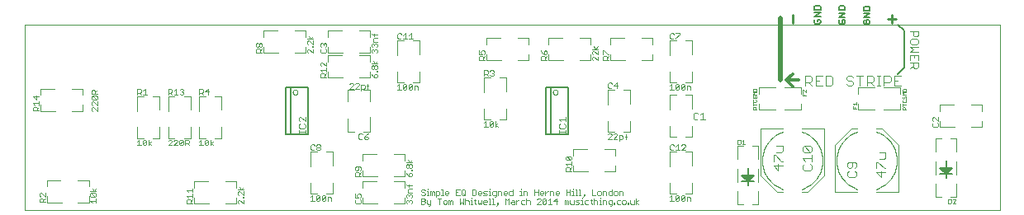
<source format=gto>
G75*
%MOIN*%
%OFA0B0*%
%FSLAX24Y24*%
%IPPOS*%
%LPD*%
%AMOC8*
5,1,8,0,0,1.08239X$1,22.5*
%
%ADD10C,0.0000*%
%ADD11C,0.0020*%
%ADD12C,0.0030*%
%ADD13C,0.0200*%
%ADD14C,0.0060*%
%ADD15C,0.0050*%
%ADD16C,0.0090*%
%ADD17C,0.0040*%
%ADD18C,0.0120*%
%ADD19C,0.0010*%
D10*
X001160Y002930D02*
X001160Y010430D01*
X040530Y010430D01*
X040530Y002930D01*
X001160Y002930D01*
D11*
X001765Y003242D02*
X001765Y003357D01*
X001803Y003395D01*
X001880Y003395D01*
X001918Y003357D01*
X001918Y003242D01*
X001918Y003318D02*
X001995Y003395D01*
X001995Y003472D02*
X001841Y003625D01*
X001803Y003625D01*
X001765Y003587D01*
X001765Y003510D01*
X001803Y003472D01*
X001995Y003472D02*
X001995Y003625D01*
X001995Y003242D02*
X001765Y003242D01*
X003819Y003305D02*
X004049Y003305D01*
X004049Y003229D02*
X004049Y003382D01*
X004010Y003459D02*
X003857Y003612D01*
X004010Y003612D01*
X004049Y003574D01*
X004049Y003497D01*
X004010Y003459D01*
X003857Y003459D01*
X003819Y003497D01*
X003819Y003574D01*
X003857Y003612D01*
X003819Y003689D02*
X004049Y003689D01*
X003972Y003689D02*
X003895Y003804D01*
X003972Y003689D02*
X004049Y003804D01*
X003819Y003305D02*
X003895Y003229D01*
X007715Y003192D02*
X007715Y003307D01*
X007753Y003345D01*
X007830Y003345D01*
X007868Y003307D01*
X007868Y003192D01*
X007868Y003268D02*
X007945Y003345D01*
X007945Y003422D02*
X007945Y003575D01*
X007945Y003498D02*
X007715Y003498D01*
X007791Y003422D01*
X007791Y003652D02*
X007715Y003729D01*
X007945Y003729D01*
X007945Y003805D02*
X007945Y003652D01*
X007945Y003192D02*
X007715Y003192D01*
X009769Y003217D02*
X009807Y003179D01*
X009769Y003217D02*
X009769Y003294D01*
X009807Y003332D01*
X009845Y003332D01*
X009999Y003179D01*
X009999Y003332D01*
X009999Y003409D02*
X009960Y003409D01*
X009960Y003447D01*
X009999Y003447D01*
X009999Y003409D01*
X009999Y003524D02*
X009845Y003677D01*
X009807Y003677D01*
X009769Y003639D01*
X009769Y003562D01*
X009807Y003524D01*
X009999Y003524D02*
X009999Y003677D01*
X009999Y003754D02*
X009769Y003754D01*
X009845Y003869D02*
X009922Y003754D01*
X009999Y003869D01*
X012709Y003445D02*
X012785Y003521D01*
X012785Y003291D01*
X012709Y003291D02*
X012862Y003291D01*
X012939Y003330D02*
X013092Y003483D01*
X013092Y003330D01*
X013054Y003291D01*
X012977Y003291D01*
X012939Y003330D01*
X012939Y003483D01*
X012977Y003521D01*
X013054Y003521D01*
X013092Y003483D01*
X013169Y003483D02*
X013207Y003521D01*
X013284Y003521D01*
X013323Y003483D01*
X013169Y003330D01*
X013207Y003291D01*
X013284Y003291D01*
X013323Y003330D01*
X013323Y003483D01*
X013399Y003445D02*
X013514Y003445D01*
X013553Y003406D01*
X013553Y003291D01*
X013399Y003291D02*
X013399Y003445D01*
X013169Y003483D02*
X013169Y003330D01*
X014515Y003307D02*
X014515Y003230D01*
X014553Y003192D01*
X014706Y003192D01*
X014745Y003230D01*
X014745Y003307D01*
X014706Y003345D01*
X014706Y003422D02*
X014745Y003460D01*
X014745Y003537D01*
X014706Y003575D01*
X014630Y003575D01*
X014591Y003537D01*
X014591Y003498D01*
X014630Y003422D01*
X014515Y003422D01*
X014515Y003575D01*
X014553Y003345D02*
X014515Y003307D01*
X016569Y003294D02*
X016607Y003332D01*
X016645Y003332D01*
X016684Y003294D01*
X016722Y003332D01*
X016760Y003332D01*
X016799Y003294D01*
X016799Y003217D01*
X016760Y003179D01*
X016684Y003255D02*
X016684Y003294D01*
X016569Y003294D02*
X016569Y003217D01*
X016607Y003179D01*
X017180Y003170D02*
X017290Y003170D01*
X017327Y003207D01*
X017327Y003243D01*
X017290Y003280D01*
X017180Y003280D01*
X017180Y003170D02*
X017180Y003390D01*
X017290Y003390D01*
X017327Y003353D01*
X017327Y003317D01*
X017290Y003280D01*
X017401Y003317D02*
X017401Y003207D01*
X017438Y003170D01*
X017548Y003170D01*
X017548Y003133D02*
X017511Y003097D01*
X017474Y003097D01*
X017548Y003133D02*
X017548Y003317D01*
X017769Y003457D02*
X017769Y003677D01*
X017879Y003677D01*
X017916Y003640D01*
X017916Y003567D01*
X017879Y003530D01*
X017769Y003530D01*
X017695Y003530D02*
X017695Y003640D01*
X017658Y003677D01*
X017622Y003640D01*
X017622Y003530D01*
X017548Y003530D02*
X017548Y003677D01*
X017585Y003677D01*
X017622Y003640D01*
X017474Y003530D02*
X017401Y003530D01*
X017438Y003530D02*
X017438Y003677D01*
X017401Y003677D01*
X017438Y003750D02*
X017438Y003787D01*
X017327Y003713D02*
X017290Y003750D01*
X017217Y003750D01*
X017180Y003713D01*
X017180Y003677D01*
X017217Y003640D01*
X017290Y003640D01*
X017327Y003603D01*
X017327Y003567D01*
X017290Y003530D01*
X017217Y003530D01*
X017180Y003567D01*
X016799Y003524D02*
X016799Y003447D01*
X016760Y003409D01*
X016684Y003486D02*
X016684Y003524D01*
X016722Y003562D01*
X016760Y003562D01*
X016799Y003524D01*
X016799Y003639D02*
X016645Y003639D01*
X016645Y003754D01*
X016684Y003793D01*
X016799Y003793D01*
X016799Y003908D02*
X016607Y003908D01*
X016569Y003946D01*
X016684Y003946D02*
X016684Y003869D01*
X016645Y003562D02*
X016684Y003524D01*
X016645Y003562D02*
X016607Y003562D01*
X016569Y003524D01*
X016569Y003447D01*
X016607Y003409D01*
X017843Y003390D02*
X017990Y003390D01*
X017916Y003390D02*
X017916Y003170D01*
X018064Y003207D02*
X018101Y003170D01*
X018174Y003170D01*
X018211Y003207D01*
X018211Y003280D01*
X018174Y003317D01*
X018101Y003317D01*
X018064Y003280D01*
X018064Y003207D01*
X018285Y003170D02*
X018285Y003317D01*
X018322Y003317D01*
X018358Y003280D01*
X018395Y003317D01*
X018432Y003280D01*
X018432Y003170D01*
X018358Y003170D02*
X018358Y003280D01*
X018727Y003170D02*
X018800Y003243D01*
X018874Y003170D01*
X018874Y003390D01*
X018948Y003390D02*
X018948Y003170D01*
X018948Y003280D02*
X018985Y003317D01*
X019058Y003317D01*
X019095Y003280D01*
X019095Y003170D01*
X019169Y003170D02*
X019242Y003170D01*
X019206Y003170D02*
X019206Y003317D01*
X019169Y003317D01*
X019206Y003390D02*
X019206Y003427D01*
X019243Y003530D02*
X019353Y003530D01*
X019389Y003567D01*
X019389Y003713D01*
X019353Y003750D01*
X019243Y003750D01*
X019243Y003530D01*
X019353Y003353D02*
X019353Y003207D01*
X019390Y003170D01*
X019464Y003207D02*
X019500Y003170D01*
X019537Y003207D01*
X019574Y003170D01*
X019610Y003207D01*
X019610Y003317D01*
X019685Y003280D02*
X019721Y003317D01*
X019795Y003317D01*
X019831Y003280D01*
X019831Y003243D01*
X019685Y003243D01*
X019685Y003207D02*
X019685Y003280D01*
X019685Y003207D02*
X019721Y003170D01*
X019795Y003170D01*
X019906Y003170D02*
X019979Y003170D01*
X019942Y003170D02*
X019942Y003390D01*
X019906Y003390D01*
X019906Y003530D02*
X019979Y003530D01*
X019942Y003530D02*
X019942Y003677D01*
X019906Y003677D01*
X019831Y003677D02*
X019721Y003677D01*
X019685Y003640D01*
X019721Y003603D01*
X019795Y003603D01*
X019831Y003567D01*
X019795Y003530D01*
X019685Y003530D01*
X019610Y003603D02*
X019464Y003603D01*
X019464Y003567D02*
X019464Y003640D01*
X019500Y003677D01*
X019574Y003677D01*
X019610Y003640D01*
X019610Y003603D01*
X019574Y003530D02*
X019500Y003530D01*
X019464Y003567D01*
X018947Y003567D02*
X018911Y003530D01*
X018837Y003530D01*
X018801Y003567D01*
X018801Y003713D01*
X018837Y003750D01*
X018911Y003750D01*
X018947Y003713D01*
X018947Y003567D01*
X018947Y003530D02*
X018874Y003603D01*
X018726Y003530D02*
X018580Y003530D01*
X018580Y003750D01*
X018726Y003750D01*
X018653Y003640D02*
X018580Y003640D01*
X018284Y003640D02*
X018284Y003603D01*
X018138Y003603D01*
X018138Y003567D02*
X018138Y003640D01*
X018174Y003677D01*
X018248Y003677D01*
X018284Y003640D01*
X018248Y003530D02*
X018174Y003530D01*
X018138Y003567D01*
X018064Y003530D02*
X017990Y003530D01*
X018027Y003530D02*
X018027Y003750D01*
X017990Y003750D01*
X018727Y003390D02*
X018727Y003170D01*
X019316Y003317D02*
X019390Y003317D01*
X019464Y003317D02*
X019464Y003207D01*
X020053Y003170D02*
X020126Y003170D01*
X020090Y003170D02*
X020090Y003390D01*
X020053Y003390D01*
X020126Y003457D02*
X020163Y003457D01*
X020200Y003493D01*
X020200Y003677D01*
X020090Y003677D01*
X020053Y003640D01*
X020053Y003567D01*
X020090Y003530D01*
X020200Y003530D01*
X020274Y003530D02*
X020274Y003677D01*
X020384Y003677D01*
X020421Y003640D01*
X020421Y003530D01*
X020495Y003567D02*
X020495Y003640D01*
X020532Y003677D01*
X020605Y003677D01*
X020642Y003640D01*
X020642Y003603D01*
X020495Y003603D01*
X020495Y003567D02*
X020532Y003530D01*
X020605Y003530D01*
X020716Y003567D02*
X020716Y003640D01*
X020753Y003677D01*
X020863Y003677D01*
X020863Y003750D02*
X020863Y003530D01*
X020753Y003530D01*
X020716Y003567D01*
X020715Y003390D02*
X020715Y003170D01*
X020789Y003207D02*
X020826Y003243D01*
X020936Y003243D01*
X020936Y003280D02*
X020936Y003170D01*
X020826Y003170D01*
X020789Y003207D01*
X020826Y003317D02*
X020900Y003317D01*
X020936Y003280D01*
X021010Y003243D02*
X021084Y003317D01*
X021121Y003317D01*
X021195Y003280D02*
X021195Y003207D01*
X021231Y003170D01*
X021341Y003170D01*
X021416Y003170D02*
X021416Y003390D01*
X021452Y003317D02*
X021526Y003317D01*
X021562Y003280D01*
X021562Y003170D01*
X021416Y003280D02*
X021452Y003317D01*
X021341Y003317D02*
X021231Y003317D01*
X021195Y003280D01*
X021010Y003317D02*
X021010Y003170D01*
X020715Y003390D02*
X020642Y003317D01*
X020568Y003390D01*
X020568Y003170D01*
X020274Y003170D02*
X020237Y003170D01*
X020237Y003207D01*
X020274Y003207D01*
X020274Y003170D01*
X020200Y003097D01*
X021158Y003530D02*
X021231Y003530D01*
X021194Y003530D02*
X021194Y003677D01*
X021158Y003677D01*
X021194Y003750D02*
X021194Y003787D01*
X021305Y003677D02*
X021415Y003677D01*
X021452Y003640D01*
X021452Y003530D01*
X021305Y003530D02*
X021305Y003677D01*
X021747Y003640D02*
X021894Y003640D01*
X021968Y003640D02*
X022005Y003677D01*
X022078Y003677D01*
X022115Y003640D01*
X022115Y003603D01*
X021968Y003603D01*
X021968Y003567D02*
X021968Y003640D01*
X021968Y003567D02*
X022005Y003530D01*
X022078Y003530D01*
X022189Y003530D02*
X022189Y003677D01*
X022262Y003677D02*
X022299Y003677D01*
X022262Y003677D02*
X022189Y003603D01*
X022373Y003530D02*
X022373Y003677D01*
X022483Y003677D01*
X022520Y003640D01*
X022520Y003530D01*
X022594Y003567D02*
X022594Y003640D01*
X022631Y003677D01*
X022704Y003677D01*
X022741Y003640D01*
X022741Y003603D01*
X022594Y003603D01*
X022594Y003567D02*
X022631Y003530D01*
X022704Y003530D01*
X022631Y003390D02*
X022521Y003280D01*
X022667Y003280D01*
X022631Y003170D02*
X022631Y003390D01*
X022373Y003390D02*
X022300Y003317D01*
X022225Y003353D02*
X022079Y003207D01*
X022115Y003170D01*
X022189Y003170D01*
X022225Y003207D01*
X022225Y003353D01*
X022189Y003390D01*
X022115Y003390D01*
X022079Y003353D01*
X022079Y003207D01*
X022004Y003170D02*
X021858Y003170D01*
X022004Y003317D01*
X022004Y003353D01*
X021968Y003390D01*
X021894Y003390D01*
X021858Y003353D01*
X021894Y003530D02*
X021894Y003750D01*
X021747Y003750D02*
X021747Y003530D01*
X022373Y003390D02*
X022373Y003170D01*
X022300Y003170D02*
X022446Y003170D01*
X022963Y003170D02*
X022963Y003317D01*
X022999Y003317D01*
X023036Y003280D01*
X023073Y003317D01*
X023109Y003280D01*
X023109Y003170D01*
X023036Y003170D02*
X023036Y003280D01*
X023184Y003317D02*
X023184Y003207D01*
X023220Y003170D01*
X023330Y003170D01*
X023330Y003317D01*
X023404Y003280D02*
X023441Y003317D01*
X023551Y003317D01*
X023625Y003317D02*
X023662Y003317D01*
X023662Y003170D01*
X023625Y003170D02*
X023699Y003170D01*
X023773Y003207D02*
X023810Y003170D01*
X023920Y003170D01*
X024030Y003207D02*
X024067Y003170D01*
X024030Y003207D02*
X024030Y003353D01*
X023994Y003317D02*
X024067Y003317D01*
X024141Y003280D02*
X024178Y003317D01*
X024251Y003317D01*
X024288Y003280D01*
X024288Y003170D01*
X024362Y003170D02*
X024436Y003170D01*
X024399Y003170D02*
X024399Y003317D01*
X024362Y003317D01*
X024399Y003390D02*
X024399Y003427D01*
X024399Y003530D02*
X024435Y003567D01*
X024435Y003640D01*
X024399Y003677D01*
X024325Y003677D01*
X024288Y003640D01*
X024288Y003567D01*
X024325Y003530D01*
X024399Y003530D01*
X024509Y003530D02*
X024509Y003677D01*
X024620Y003677D01*
X024656Y003640D01*
X024656Y003530D01*
X024730Y003567D02*
X024730Y003640D01*
X024767Y003677D01*
X024877Y003677D01*
X024877Y003750D02*
X024877Y003530D01*
X024767Y003530D01*
X024730Y003567D01*
X024951Y003567D02*
X024988Y003530D01*
X025062Y003530D01*
X025098Y003567D01*
X025098Y003640D01*
X025062Y003677D01*
X024988Y003677D01*
X024951Y003640D01*
X024951Y003567D01*
X025172Y003530D02*
X025172Y003677D01*
X025282Y003677D01*
X025319Y003640D01*
X025319Y003530D01*
X025835Y003390D02*
X025835Y003170D01*
X025835Y003243D02*
X025945Y003170D01*
X025835Y003243D02*
X025945Y003317D01*
X025761Y003317D02*
X025761Y003170D01*
X025651Y003170D01*
X025614Y003207D01*
X025614Y003317D01*
X025541Y003207D02*
X025541Y003170D01*
X025504Y003170D01*
X025504Y003207D01*
X025541Y003207D01*
X025430Y003207D02*
X025430Y003280D01*
X025393Y003317D01*
X025320Y003317D01*
X025283Y003280D01*
X025283Y003207D01*
X025320Y003170D01*
X025393Y003170D01*
X025430Y003207D01*
X025209Y003170D02*
X025099Y003170D01*
X025062Y003207D01*
X025062Y003280D01*
X025099Y003317D01*
X025209Y003317D01*
X024988Y003207D02*
X024988Y003170D01*
X024951Y003170D01*
X024951Y003207D01*
X024988Y003207D01*
X024877Y003170D02*
X024767Y003170D01*
X024730Y003207D01*
X024730Y003280D01*
X024767Y003317D01*
X024877Y003317D01*
X024877Y003133D01*
X024841Y003097D01*
X024804Y003097D01*
X024656Y003170D02*
X024656Y003280D01*
X024620Y003317D01*
X024509Y003317D01*
X024509Y003170D01*
X024141Y003170D02*
X024141Y003390D01*
X024214Y003530D02*
X024067Y003530D01*
X024067Y003750D01*
X023589Y003750D02*
X023589Y003530D01*
X023625Y003530D02*
X023552Y003530D01*
X023478Y003530D02*
X023404Y003530D01*
X023441Y003530D02*
X023441Y003750D01*
X023404Y003750D01*
X023294Y003750D02*
X023294Y003787D01*
X023294Y003677D02*
X023294Y003530D01*
X023257Y003530D02*
X023331Y003530D01*
X023183Y003530D02*
X023183Y003750D01*
X023257Y003677D02*
X023294Y003677D01*
X023183Y003640D02*
X023036Y003640D01*
X023036Y003530D02*
X023036Y003750D01*
X023552Y003750D02*
X023589Y003750D01*
X023736Y003567D02*
X023736Y003530D01*
X023773Y003530D01*
X023773Y003567D01*
X023736Y003567D01*
X023773Y003530D02*
X023699Y003457D01*
X023662Y003427D02*
X023662Y003390D01*
X023773Y003280D02*
X023773Y003207D01*
X023773Y003280D02*
X023810Y003317D01*
X023920Y003317D01*
X023551Y003207D02*
X023515Y003243D01*
X023441Y003243D01*
X023404Y003280D01*
X023404Y003170D02*
X023515Y003170D01*
X023551Y003207D01*
X019942Y003750D02*
X019942Y003787D01*
X023015Y004492D02*
X023015Y004607D01*
X023053Y004645D01*
X023130Y004645D01*
X023168Y004607D01*
X023168Y004492D01*
X023168Y004568D02*
X023245Y004645D01*
X023245Y004722D02*
X023245Y004875D01*
X023245Y004798D02*
X023015Y004798D01*
X023091Y004722D01*
X023053Y004952D02*
X023015Y004990D01*
X023015Y005067D01*
X023053Y005105D01*
X023206Y004952D01*
X023245Y004990D01*
X023245Y005067D01*
X023206Y005105D01*
X023053Y005105D01*
X023053Y004952D02*
X023206Y004952D01*
X023245Y004492D02*
X023015Y004492D01*
X027222Y005384D02*
X027260Y005345D01*
X027337Y005345D01*
X027375Y005384D01*
X027452Y005345D02*
X027605Y005345D01*
X027528Y005345D02*
X027528Y005575D01*
X027452Y005499D01*
X027375Y005537D02*
X027337Y005575D01*
X027260Y005575D01*
X027222Y005537D01*
X027222Y005384D01*
X027682Y005345D02*
X027835Y005499D01*
X027835Y005537D01*
X027797Y005575D01*
X027720Y005575D01*
X027682Y005537D01*
X027682Y005345D02*
X027835Y005345D01*
X029942Y005591D02*
X030032Y005591D01*
X030062Y005621D01*
X030062Y005741D01*
X030032Y005771D01*
X029942Y005771D01*
X029942Y005591D01*
X030126Y005591D02*
X030246Y005591D01*
X030186Y005591D02*
X030186Y005771D01*
X030126Y005711D01*
X028633Y006590D02*
X028446Y006590D01*
X028540Y006590D02*
X028540Y006870D01*
X028446Y006777D01*
X028357Y006824D02*
X028310Y006870D01*
X028217Y006870D01*
X028170Y006824D01*
X028170Y006637D01*
X028217Y006590D01*
X028310Y006590D01*
X028357Y006637D01*
X025476Y006021D02*
X025438Y005983D01*
X025438Y005791D01*
X025399Y005906D02*
X025476Y005906D01*
X025323Y005906D02*
X025323Y005830D01*
X025284Y005791D01*
X025169Y005791D01*
X025169Y005715D02*
X025169Y005945D01*
X025284Y005945D01*
X025323Y005906D01*
X025092Y005945D02*
X024939Y005791D01*
X025092Y005791D01*
X024862Y005791D02*
X024709Y005791D01*
X024862Y005945D01*
X024862Y005983D01*
X024824Y006021D01*
X024747Y006021D01*
X024709Y005983D01*
X024939Y005983D02*
X024977Y006021D01*
X025054Y006021D01*
X025092Y005983D01*
X025092Y005945D01*
X020284Y006291D02*
X020169Y006368D01*
X020284Y006445D01*
X020169Y006521D02*
X020169Y006291D01*
X020092Y006330D02*
X020054Y006291D01*
X019977Y006291D01*
X019939Y006330D01*
X020092Y006483D01*
X020092Y006330D01*
X020092Y006483D02*
X020054Y006521D01*
X019977Y006521D01*
X019939Y006483D01*
X019939Y006330D01*
X019862Y006291D02*
X019709Y006291D01*
X019785Y006291D02*
X019785Y006521D01*
X019709Y006445D01*
X017053Y007791D02*
X017053Y007906D01*
X017014Y007945D01*
X016899Y007945D01*
X016899Y007791D01*
X016823Y007830D02*
X016784Y007791D01*
X016707Y007791D01*
X016669Y007830D01*
X016823Y007983D01*
X016823Y007830D01*
X016823Y007983D02*
X016784Y008021D01*
X016707Y008021D01*
X016669Y007983D01*
X016669Y007830D01*
X016592Y007830D02*
X016554Y007791D01*
X016477Y007791D01*
X016439Y007830D01*
X016592Y007983D01*
X016592Y007830D01*
X016592Y007983D02*
X016554Y008021D01*
X016477Y008021D01*
X016439Y007983D01*
X016439Y007830D01*
X016362Y007791D02*
X016209Y007791D01*
X016285Y007791D02*
X016285Y008021D01*
X016209Y007945D01*
X015399Y008317D02*
X015360Y008279D01*
X015284Y008279D01*
X015284Y008394D01*
X015322Y008432D01*
X015360Y008432D01*
X015399Y008394D01*
X015399Y008317D01*
X015284Y008279D02*
X015207Y008355D01*
X015169Y008432D01*
X015207Y008624D02*
X015245Y008624D01*
X015284Y008662D01*
X015284Y008739D01*
X015322Y008777D01*
X015360Y008777D01*
X015399Y008739D01*
X015399Y008662D01*
X015360Y008624D01*
X015322Y008624D01*
X015284Y008662D01*
X015284Y008739D02*
X015245Y008777D01*
X015207Y008777D01*
X015169Y008739D01*
X015169Y008662D01*
X015207Y008624D01*
X015360Y008547D02*
X015399Y008547D01*
X015399Y008509D01*
X015360Y008509D01*
X015360Y008547D01*
X015322Y008854D02*
X015245Y008969D01*
X015169Y008854D02*
X015399Y008854D01*
X015322Y008854D02*
X015399Y008969D01*
X015360Y009279D02*
X015399Y009317D01*
X015399Y009394D01*
X015360Y009432D01*
X015322Y009432D01*
X015284Y009394D01*
X015284Y009355D01*
X015284Y009394D02*
X015245Y009432D01*
X015207Y009432D01*
X015169Y009394D01*
X015169Y009317D01*
X015207Y009279D01*
X015207Y009509D02*
X015169Y009547D01*
X015169Y009624D01*
X015207Y009662D01*
X015245Y009662D01*
X015284Y009624D01*
X015322Y009662D01*
X015360Y009662D01*
X015399Y009624D01*
X015399Y009547D01*
X015360Y009509D01*
X015284Y009586D02*
X015284Y009624D01*
X015245Y009739D02*
X015245Y009854D01*
X015284Y009893D01*
X015399Y009893D01*
X015399Y010008D02*
X015207Y010008D01*
X015169Y010046D01*
X015284Y010046D02*
X015284Y009969D01*
X015245Y009739D02*
X015399Y009739D01*
X016222Y009884D02*
X016260Y009845D01*
X016337Y009845D01*
X016375Y009884D01*
X016452Y009845D02*
X016605Y009845D01*
X016528Y009845D02*
X016528Y010075D01*
X016452Y009999D01*
X016375Y010037D02*
X016337Y010075D01*
X016260Y010075D01*
X016222Y010037D01*
X016222Y009884D01*
X016682Y009845D02*
X016835Y009845D01*
X016759Y009845D02*
X016759Y010075D01*
X016682Y009999D01*
X019515Y009375D02*
X019515Y009222D01*
X019630Y009222D01*
X019591Y009298D01*
X019591Y009337D01*
X019630Y009375D01*
X019706Y009375D01*
X019745Y009337D01*
X019745Y009260D01*
X019706Y009222D01*
X019745Y009145D02*
X019668Y009068D01*
X019668Y009107D02*
X019668Y008992D01*
X019745Y008992D02*
X019515Y008992D01*
X019515Y009107D01*
X019553Y009145D01*
X019630Y009145D01*
X019668Y009107D01*
X019722Y008575D02*
X019837Y008575D01*
X019875Y008537D01*
X019875Y008460D01*
X019837Y008422D01*
X019722Y008422D01*
X019798Y008422D02*
X019875Y008345D01*
X019952Y008384D02*
X019990Y008345D01*
X020067Y008345D01*
X020105Y008384D01*
X020105Y008422D01*
X020067Y008460D01*
X020028Y008460D01*
X020067Y008460D02*
X020105Y008499D01*
X020105Y008537D01*
X020067Y008575D01*
X019990Y008575D01*
X019952Y008537D01*
X019722Y008575D02*
X019722Y008345D01*
X022015Y008992D02*
X022015Y009107D01*
X022053Y009145D01*
X022130Y009145D01*
X022168Y009107D01*
X022168Y008992D01*
X022168Y009068D02*
X022245Y009145D01*
X022206Y009222D02*
X022245Y009260D01*
X022245Y009337D01*
X022206Y009375D01*
X022168Y009375D01*
X022130Y009337D01*
X022130Y009222D01*
X022206Y009222D01*
X022130Y009222D02*
X022053Y009298D01*
X022015Y009375D01*
X022015Y008992D02*
X022245Y008992D01*
X024069Y009017D02*
X024107Y008979D01*
X024069Y009017D02*
X024069Y009094D01*
X024107Y009132D01*
X024145Y009132D01*
X024299Y008979D01*
X024299Y009132D01*
X024299Y009209D02*
X024145Y009362D01*
X024107Y009362D01*
X024069Y009324D01*
X024069Y009247D01*
X024107Y009209D01*
X024299Y009209D02*
X024299Y009362D01*
X024299Y009439D02*
X024069Y009439D01*
X024145Y009554D02*
X024222Y009439D01*
X024299Y009554D01*
X024515Y009375D02*
X024553Y009375D01*
X024706Y009222D01*
X024745Y009222D01*
X024745Y009145D02*
X024668Y009068D01*
X024668Y009107D02*
X024668Y008992D01*
X024745Y008992D02*
X024515Y008992D01*
X024515Y009107D01*
X024553Y009145D01*
X024630Y009145D01*
X024668Y009107D01*
X024515Y009222D02*
X024515Y009375D01*
X027222Y009884D02*
X027222Y010037D01*
X027260Y010075D01*
X027337Y010075D01*
X027375Y010037D01*
X027452Y010075D02*
X027605Y010075D01*
X027605Y010037D01*
X027452Y009884D01*
X027452Y009845D01*
X027375Y009884D02*
X027337Y009845D01*
X027260Y009845D01*
X027222Y009884D01*
X025067Y008075D02*
X024952Y007960D01*
X025105Y007960D01*
X025067Y007845D02*
X025067Y008075D01*
X024875Y008037D02*
X024837Y008075D01*
X024760Y008075D01*
X024722Y008037D01*
X024722Y007884D01*
X024760Y007845D01*
X024837Y007845D01*
X024875Y007884D01*
X027209Y007945D02*
X027285Y008021D01*
X027285Y007791D01*
X027209Y007791D02*
X027362Y007791D01*
X027439Y007830D02*
X027592Y007983D01*
X027592Y007830D01*
X027554Y007791D01*
X027477Y007791D01*
X027439Y007830D01*
X027439Y007983D01*
X027477Y008021D01*
X027554Y008021D01*
X027592Y007983D01*
X027669Y007983D02*
X027707Y008021D01*
X027784Y008021D01*
X027823Y007983D01*
X027669Y007830D01*
X027707Y007791D01*
X027784Y007791D01*
X027823Y007830D01*
X027823Y007983D01*
X027899Y007945D02*
X028014Y007945D01*
X028053Y007906D01*
X028053Y007791D01*
X027899Y007791D02*
X027899Y007945D01*
X027669Y007983D02*
X027669Y007830D01*
X037815Y006637D02*
X037815Y006560D01*
X037853Y006522D01*
X037853Y006445D02*
X037815Y006407D01*
X037815Y006330D01*
X037853Y006292D01*
X038006Y006292D01*
X038045Y006330D01*
X038045Y006407D01*
X038006Y006445D01*
X038045Y006522D02*
X037891Y006675D01*
X037853Y006675D01*
X037815Y006637D01*
X038045Y006675D02*
X038045Y006522D01*
X027823Y003483D02*
X027669Y003330D01*
X027707Y003291D01*
X027784Y003291D01*
X027823Y003330D01*
X027823Y003483D01*
X027784Y003521D01*
X027707Y003521D01*
X027669Y003483D01*
X027669Y003330D01*
X027592Y003330D02*
X027554Y003291D01*
X027477Y003291D01*
X027439Y003330D01*
X027592Y003483D01*
X027592Y003330D01*
X027439Y003330D02*
X027439Y003483D01*
X027477Y003521D01*
X027554Y003521D01*
X027592Y003483D01*
X027285Y003521D02*
X027209Y003445D01*
X027285Y003521D02*
X027285Y003291D01*
X027209Y003291D02*
X027362Y003291D01*
X027899Y003291D02*
X027899Y003445D01*
X028014Y003445D01*
X028053Y003406D01*
X028053Y003291D01*
X038442Y003371D02*
X038442Y003191D01*
X038532Y003191D01*
X038562Y003221D01*
X038562Y003341D01*
X038532Y003371D01*
X038442Y003371D01*
X038626Y003341D02*
X038656Y003371D01*
X038716Y003371D01*
X038746Y003341D01*
X038746Y003311D01*
X038626Y003191D01*
X038746Y003191D01*
X016799Y004317D02*
X016799Y004394D01*
X016760Y004432D01*
X016722Y004432D01*
X016684Y004394D01*
X016684Y004279D01*
X016760Y004279D01*
X016799Y004317D01*
X016684Y004279D02*
X016607Y004355D01*
X016569Y004432D01*
X016760Y004509D02*
X016760Y004547D01*
X016799Y004547D01*
X016799Y004509D01*
X016760Y004509D01*
X016760Y004624D02*
X016722Y004624D01*
X016684Y004662D01*
X016684Y004739D01*
X016722Y004777D01*
X016760Y004777D01*
X016799Y004739D01*
X016799Y004662D01*
X016760Y004624D01*
X016684Y004662D02*
X016645Y004624D01*
X016607Y004624D01*
X016569Y004662D01*
X016569Y004739D01*
X016607Y004777D01*
X016645Y004777D01*
X016684Y004739D01*
X016722Y004854D02*
X016645Y004969D01*
X016569Y004854D02*
X016799Y004854D01*
X016722Y004854D02*
X016799Y004969D01*
X014745Y004637D02*
X014745Y004560D01*
X014706Y004522D01*
X014630Y004560D02*
X014630Y004675D01*
X014706Y004675D02*
X014553Y004675D01*
X014515Y004637D01*
X014515Y004560D01*
X014553Y004522D01*
X014591Y004522D01*
X014630Y004560D01*
X014630Y004445D02*
X014668Y004407D01*
X014668Y004292D01*
X014668Y004368D02*
X014745Y004445D01*
X014630Y004445D02*
X014553Y004445D01*
X014515Y004407D01*
X014515Y004292D01*
X014745Y004292D01*
X014745Y004637D02*
X014706Y004675D01*
X013105Y005384D02*
X013067Y005345D01*
X012990Y005345D01*
X012952Y005384D01*
X012952Y005422D01*
X012990Y005460D01*
X013067Y005460D01*
X013105Y005422D01*
X013105Y005384D01*
X013067Y005460D02*
X013105Y005499D01*
X013105Y005537D01*
X013067Y005575D01*
X012990Y005575D01*
X012952Y005537D01*
X012952Y005499D01*
X012990Y005460D01*
X012875Y005384D02*
X012837Y005345D01*
X012760Y005345D01*
X012722Y005384D01*
X012722Y005537D01*
X012760Y005575D01*
X012837Y005575D01*
X012875Y005537D01*
X014658Y005823D02*
X014658Y005977D01*
X014696Y006015D01*
X014773Y006015D01*
X014812Y005977D01*
X014888Y005900D02*
X014965Y005977D01*
X015042Y006015D01*
X015003Y005900D02*
X014888Y005900D01*
X014888Y005823D01*
X014927Y005785D01*
X015003Y005785D01*
X015042Y005823D01*
X015042Y005862D01*
X015003Y005900D01*
X014812Y005823D02*
X014773Y005785D01*
X014696Y005785D01*
X014658Y005823D01*
X008784Y005695D02*
X008669Y005618D01*
X008784Y005541D01*
X008669Y005541D02*
X008669Y005771D01*
X008592Y005733D02*
X008439Y005580D01*
X008477Y005541D01*
X008554Y005541D01*
X008592Y005580D01*
X008592Y005733D01*
X008554Y005771D01*
X008477Y005771D01*
X008439Y005733D01*
X008439Y005580D01*
X008362Y005541D02*
X008209Y005541D01*
X008285Y005541D02*
X008285Y005771D01*
X008209Y005695D01*
X007803Y005733D02*
X007803Y005656D01*
X007764Y005618D01*
X007649Y005618D01*
X007649Y005541D02*
X007649Y005771D01*
X007764Y005771D01*
X007803Y005733D01*
X007726Y005618D02*
X007803Y005541D01*
X007573Y005580D02*
X007534Y005541D01*
X007457Y005541D01*
X007419Y005580D01*
X007573Y005733D01*
X007573Y005580D01*
X007573Y005733D02*
X007534Y005771D01*
X007457Y005771D01*
X007419Y005733D01*
X007419Y005580D01*
X007342Y005541D02*
X007189Y005541D01*
X007342Y005695D01*
X007342Y005733D01*
X007304Y005771D01*
X007227Y005771D01*
X007189Y005733D01*
X007112Y005733D02*
X007074Y005771D01*
X006997Y005771D01*
X006959Y005733D01*
X007112Y005733D02*
X007112Y005695D01*
X006959Y005541D01*
X007112Y005541D01*
X006284Y005541D02*
X006169Y005618D01*
X006284Y005695D01*
X006169Y005771D02*
X006169Y005541D01*
X006092Y005580D02*
X006054Y005541D01*
X005977Y005541D01*
X005939Y005580D01*
X006092Y005733D01*
X006092Y005580D01*
X006092Y005733D02*
X006054Y005771D01*
X005977Y005771D01*
X005939Y005733D01*
X005939Y005580D01*
X005862Y005541D02*
X005709Y005541D01*
X005785Y005541D02*
X005785Y005771D01*
X005709Y005695D01*
X004099Y006929D02*
X003945Y007082D01*
X003907Y007082D01*
X003869Y007044D01*
X003869Y006967D01*
X003907Y006929D01*
X004099Y006929D02*
X004099Y007082D01*
X004099Y007159D02*
X003945Y007312D01*
X003907Y007312D01*
X003869Y007274D01*
X003869Y007197D01*
X003907Y007159D01*
X004099Y007159D02*
X004099Y007312D01*
X004060Y007389D02*
X003907Y007543D01*
X004060Y007543D01*
X004099Y007504D01*
X004099Y007427D01*
X004060Y007389D01*
X003907Y007389D01*
X003869Y007427D01*
X003869Y007504D01*
X003907Y007543D01*
X003869Y007619D02*
X004099Y007619D01*
X004022Y007619D02*
X004022Y007734D01*
X003984Y007773D01*
X003907Y007773D01*
X003869Y007734D01*
X003869Y007619D01*
X004022Y007696D02*
X004099Y007773D01*
X005722Y007825D02*
X005722Y007595D01*
X005722Y007672D02*
X005837Y007672D01*
X005875Y007710D01*
X005875Y007787D01*
X005837Y007825D01*
X005722Y007825D01*
X005798Y007672D02*
X005875Y007595D01*
X005952Y007595D02*
X006105Y007595D01*
X006028Y007595D02*
X006028Y007825D01*
X005952Y007749D01*
X006972Y007825D02*
X006972Y007595D01*
X006972Y007672D02*
X007087Y007672D01*
X007125Y007710D01*
X007125Y007787D01*
X007087Y007825D01*
X006972Y007825D01*
X007048Y007672D02*
X007125Y007595D01*
X007202Y007595D02*
X007355Y007595D01*
X007278Y007595D02*
X007278Y007825D01*
X007202Y007749D01*
X007432Y007787D02*
X007470Y007825D01*
X007547Y007825D01*
X007585Y007787D01*
X007585Y007749D01*
X007547Y007710D01*
X007585Y007672D01*
X007585Y007634D01*
X007547Y007595D01*
X007470Y007595D01*
X007432Y007634D01*
X007509Y007710D02*
X007547Y007710D01*
X008222Y007672D02*
X008337Y007672D01*
X008375Y007710D01*
X008375Y007787D01*
X008337Y007825D01*
X008222Y007825D01*
X008222Y007595D01*
X008298Y007672D02*
X008375Y007595D01*
X008452Y007710D02*
X008605Y007710D01*
X008567Y007595D02*
X008567Y007825D01*
X008452Y007710D01*
X013115Y008292D02*
X013115Y008407D01*
X013153Y008445D01*
X013230Y008445D01*
X013268Y008407D01*
X013268Y008292D01*
X013268Y008368D02*
X013345Y008445D01*
X013345Y008522D02*
X013345Y008675D01*
X013345Y008598D02*
X013115Y008598D01*
X013191Y008522D01*
X013115Y008292D02*
X013345Y008292D01*
X013345Y008752D02*
X013191Y008905D01*
X013153Y008905D01*
X013115Y008867D01*
X013115Y008790D01*
X013153Y008752D01*
X013345Y008752D02*
X013345Y008905D01*
X013306Y009292D02*
X013345Y009330D01*
X013345Y009407D01*
X013306Y009445D01*
X013306Y009522D02*
X013345Y009560D01*
X013345Y009637D01*
X013306Y009675D01*
X013268Y009675D01*
X013230Y009637D01*
X013230Y009598D01*
X013230Y009637D02*
X013191Y009675D01*
X013153Y009675D01*
X013115Y009637D01*
X013115Y009560D01*
X013153Y009522D01*
X013153Y009445D02*
X013115Y009407D01*
X013115Y009330D01*
X013153Y009292D01*
X013306Y009292D01*
X012799Y009279D02*
X012645Y009432D01*
X012607Y009432D01*
X012569Y009394D01*
X012569Y009317D01*
X012607Y009279D01*
X012799Y009279D02*
X012799Y009432D01*
X012799Y009509D02*
X012799Y009547D01*
X012760Y009547D01*
X012760Y009509D01*
X012799Y009509D01*
X012799Y009624D02*
X012645Y009777D01*
X012607Y009777D01*
X012569Y009739D01*
X012569Y009662D01*
X012607Y009624D01*
X012799Y009624D02*
X012799Y009777D01*
X012799Y009854D02*
X012569Y009854D01*
X012645Y009969D02*
X012722Y009854D01*
X012799Y009969D01*
X010745Y009637D02*
X010745Y009560D01*
X010706Y009522D01*
X010668Y009522D01*
X010630Y009560D01*
X010630Y009637D01*
X010668Y009675D01*
X010706Y009675D01*
X010745Y009637D01*
X010630Y009637D02*
X010591Y009675D01*
X010553Y009675D01*
X010515Y009637D01*
X010515Y009560D01*
X010553Y009522D01*
X010591Y009522D01*
X010630Y009560D01*
X010630Y009445D02*
X010668Y009407D01*
X010668Y009292D01*
X010668Y009368D02*
X010745Y009445D01*
X010630Y009445D02*
X010553Y009445D01*
X010515Y009407D01*
X010515Y009292D01*
X010745Y009292D01*
X014287Y008031D02*
X014326Y008069D01*
X014402Y008069D01*
X014441Y008031D01*
X014441Y007992D01*
X014287Y007839D01*
X014441Y007839D01*
X014517Y007839D02*
X014671Y007992D01*
X014671Y008031D01*
X014633Y008069D01*
X014556Y008069D01*
X014517Y008031D01*
X014517Y007839D02*
X014671Y007839D01*
X014748Y007839D02*
X014863Y007839D01*
X014901Y007877D01*
X014901Y007954D01*
X014863Y007992D01*
X014748Y007992D01*
X014748Y007762D01*
X015016Y007839D02*
X015016Y008031D01*
X015055Y008069D01*
X015055Y007954D02*
X014978Y007954D01*
X001745Y007517D02*
X001515Y007517D01*
X001630Y007402D01*
X001630Y007555D01*
X001745Y007325D02*
X001745Y007172D01*
X001745Y007248D02*
X001515Y007248D01*
X001591Y007172D01*
X001553Y007095D02*
X001630Y007095D01*
X001668Y007057D01*
X001668Y006942D01*
X001668Y007018D02*
X001745Y007095D01*
X001745Y006942D02*
X001515Y006942D01*
X001515Y007057D01*
X001553Y007095D01*
D12*
X001810Y007183D02*
X001810Y006930D01*
X002410Y006930D01*
X003060Y006930D02*
X003510Y006930D01*
X003510Y007183D01*
X003510Y007577D02*
X003510Y007830D01*
X003060Y007830D01*
X002360Y007830D02*
X001810Y007830D01*
X001810Y007577D01*
X005710Y007530D02*
X005710Y006930D01*
X006610Y006980D02*
X006610Y007530D01*
X006357Y007530D01*
X005963Y007530D02*
X005710Y007530D01*
X006960Y007530D02*
X006960Y006930D01*
X007860Y006980D02*
X007860Y007530D01*
X007607Y007530D01*
X007213Y007530D02*
X006960Y007530D01*
X008210Y007530D02*
X008210Y006930D01*
X009110Y006980D02*
X009110Y007530D01*
X008857Y007530D01*
X008463Y007530D02*
X008210Y007530D01*
X008210Y006280D02*
X008210Y005830D01*
X008463Y005830D01*
X008857Y005830D02*
X009110Y005830D01*
X009110Y006280D01*
X007860Y006280D02*
X007860Y005830D01*
X007607Y005830D01*
X007213Y005830D02*
X006960Y005830D01*
X006960Y006280D01*
X006610Y006280D02*
X006610Y005830D01*
X006357Y005830D01*
X005963Y005830D02*
X005710Y005830D01*
X005710Y006280D01*
X012229Y006279D02*
X012274Y006234D01*
X012454Y006234D01*
X012500Y006279D01*
X012500Y006369D01*
X012454Y006414D01*
X012500Y006510D02*
X012319Y006690D01*
X012274Y006690D01*
X012229Y006645D01*
X012229Y006555D01*
X012274Y006510D01*
X012274Y006414D02*
X012229Y006369D01*
X012229Y006279D01*
X012229Y006140D02*
X012229Y006050D01*
X012229Y006095D02*
X012500Y006095D01*
X012500Y006050D02*
X012500Y006140D01*
X012500Y006510D02*
X012500Y006690D01*
X014210Y006630D02*
X014210Y006080D01*
X014463Y006080D01*
X014857Y006080D02*
X015110Y006080D01*
X015110Y006680D01*
X015110Y007330D02*
X015110Y007780D01*
X014857Y007780D01*
X014463Y007780D02*
X014210Y007780D01*
X014210Y007330D01*
X016210Y008080D02*
X016210Y008530D01*
X017110Y008530D02*
X017110Y008080D01*
X016857Y008080D01*
X016463Y008080D02*
X016210Y008080D01*
X015110Y008280D02*
X014660Y008280D01*
X015110Y008280D02*
X015110Y008533D01*
X015110Y008927D02*
X015110Y009180D01*
X014660Y009180D01*
X014660Y009280D02*
X015110Y009280D01*
X015110Y009533D01*
X014010Y009280D02*
X013410Y009280D01*
X013410Y009533D01*
X012510Y009533D02*
X012510Y009280D01*
X012060Y009280D01*
X011410Y009280D02*
X010810Y009280D01*
X010810Y009533D01*
X010810Y009927D02*
X010810Y010180D01*
X011360Y010180D01*
X012060Y010180D02*
X012510Y010180D01*
X012510Y009927D01*
X013410Y009927D02*
X013410Y010180D01*
X013960Y010180D01*
X014660Y010180D02*
X015110Y010180D01*
X015110Y009927D01*
X016210Y009780D02*
X016210Y009180D01*
X017110Y009230D02*
X017110Y009780D01*
X016857Y009780D01*
X016463Y009780D02*
X016210Y009780D01*
X013960Y009180D02*
X013410Y009180D01*
X013410Y008927D01*
X013410Y008533D02*
X013410Y008280D01*
X014010Y008280D01*
X019710Y008280D02*
X019710Y007680D01*
X020610Y007730D02*
X020610Y008280D01*
X020357Y008280D01*
X019963Y008280D02*
X019710Y008280D01*
X019810Y008980D02*
X020410Y008980D01*
X021060Y008980D02*
X021510Y008980D01*
X021510Y009233D01*
X022310Y009233D02*
X022310Y008980D01*
X022910Y008980D01*
X023560Y008980D02*
X024010Y008980D01*
X024010Y009233D01*
X024810Y009233D02*
X024810Y008980D01*
X025410Y008980D01*
X026060Y008980D02*
X026510Y008980D01*
X026510Y009233D01*
X027210Y009180D02*
X027210Y009780D01*
X027463Y009780D01*
X027857Y009780D02*
X028110Y009780D01*
X028110Y009230D01*
X026510Y009627D02*
X026510Y009880D01*
X026060Y009880D01*
X025360Y009880D02*
X024810Y009880D01*
X024810Y009627D01*
X024010Y009627D02*
X024010Y009880D01*
X023560Y009880D01*
X022860Y009880D02*
X022310Y009880D01*
X022310Y009627D01*
X021510Y009627D02*
X021510Y009880D01*
X021060Y009880D01*
X020360Y009880D02*
X019810Y009880D01*
X019810Y009627D01*
X019810Y009233D02*
X019810Y008980D01*
X024710Y007780D02*
X024710Y007180D01*
X025610Y007230D02*
X025610Y007780D01*
X025357Y007780D01*
X024963Y007780D02*
X024710Y007780D01*
X027210Y007580D02*
X027210Y006980D01*
X028110Y007030D02*
X028110Y007580D01*
X027857Y007580D01*
X027463Y007580D02*
X027210Y007580D01*
X027210Y008080D02*
X027210Y008530D01*
X028110Y008530D02*
X028110Y008080D01*
X027857Y008080D01*
X027463Y008080D02*
X027210Y008080D01*
X023000Y006690D02*
X023000Y006510D01*
X023000Y006600D02*
X022729Y006600D01*
X022819Y006510D01*
X022774Y006414D02*
X022729Y006369D01*
X022729Y006279D01*
X022774Y006234D01*
X022954Y006234D01*
X023000Y006279D01*
X023000Y006369D01*
X022954Y006414D01*
X023000Y006140D02*
X023000Y006050D01*
X023000Y006095D02*
X022729Y006095D01*
X022729Y006050D02*
X022729Y006140D01*
X024710Y006080D02*
X024710Y006530D01*
X025610Y006530D02*
X025610Y006080D01*
X025357Y006080D01*
X024963Y006080D02*
X024710Y006080D01*
X027210Y005880D02*
X027210Y006330D01*
X028110Y006330D02*
X028110Y005880D01*
X027857Y005880D01*
X027463Y005880D02*
X027210Y005880D01*
X027210Y005280D02*
X027210Y004680D01*
X028110Y004730D02*
X028110Y005280D01*
X027857Y005280D01*
X027463Y005280D02*
X027210Y005280D01*
X025010Y005380D02*
X025010Y005127D01*
X025010Y005380D02*
X024560Y005380D01*
X023860Y005380D02*
X023310Y005380D01*
X023310Y005127D01*
X023310Y004733D02*
X023310Y004480D01*
X023910Y004480D01*
X024560Y004480D02*
X025010Y004480D01*
X025010Y004733D01*
X027210Y004030D02*
X027210Y003580D01*
X027463Y003580D01*
X027857Y003580D02*
X028110Y003580D01*
X028110Y004030D01*
X031397Y004714D02*
X031582Y004529D01*
X031582Y004776D01*
X031706Y004897D02*
X031767Y004897D01*
X031706Y004897D02*
X031459Y005144D01*
X031397Y005144D01*
X031397Y004897D01*
X031397Y004714D02*
X031767Y004714D01*
X032568Y004714D02*
X032568Y004591D01*
X032630Y004529D01*
X032877Y004529D01*
X032939Y004591D01*
X032939Y004714D01*
X032877Y004776D01*
X032939Y004897D02*
X032939Y005144D01*
X032939Y005021D02*
X032568Y005021D01*
X032692Y004897D01*
X032630Y004776D02*
X032568Y004714D01*
X032630Y005266D02*
X032568Y005327D01*
X032568Y005451D01*
X032630Y005513D01*
X032877Y005266D01*
X032939Y005327D01*
X032939Y005451D01*
X032877Y005513D01*
X032630Y005513D01*
X032630Y005266D02*
X032877Y005266D01*
X031767Y005327D02*
X031767Y005513D01*
X031521Y005513D01*
X031706Y005266D02*
X031767Y005327D01*
X031706Y005266D02*
X031521Y005266D01*
X034381Y004809D02*
X034381Y004686D01*
X034443Y004624D01*
X034504Y004624D01*
X034566Y004686D01*
X034566Y004871D01*
X034443Y004871D02*
X034381Y004809D01*
X034443Y004871D02*
X034690Y004871D01*
X034751Y004809D01*
X034751Y004686D01*
X034690Y004624D01*
X034690Y004503D02*
X034751Y004441D01*
X034751Y004318D01*
X034690Y004256D01*
X034443Y004256D01*
X034381Y004318D01*
X034381Y004441D01*
X034443Y004503D01*
X035552Y004441D02*
X035737Y004256D01*
X035737Y004503D01*
X035861Y004624D02*
X035923Y004624D01*
X035861Y004624D02*
X035614Y004871D01*
X035552Y004871D01*
X035552Y004624D01*
X035552Y004441D02*
X035923Y004441D01*
X035861Y004993D02*
X035923Y005054D01*
X035923Y005240D01*
X035676Y005240D01*
X035676Y004993D02*
X035861Y004993D01*
X038110Y006280D02*
X038710Y006280D01*
X039360Y006280D02*
X039810Y006280D01*
X039810Y006533D01*
X039810Y006927D02*
X039810Y007180D01*
X039360Y007180D01*
X038660Y007180D02*
X038110Y007180D01*
X038110Y006927D01*
X038110Y006533D02*
X038110Y006280D01*
X037192Y008662D02*
X037085Y008662D01*
X037032Y008716D01*
X037032Y008876D01*
X037032Y008769D02*
X036925Y008662D01*
X036925Y008876D02*
X037245Y008876D01*
X037245Y008716D01*
X037192Y008662D01*
X037245Y008985D02*
X037245Y009198D01*
X036925Y009198D01*
X036925Y008985D01*
X037085Y009091D02*
X037085Y009198D01*
X036925Y009307D02*
X037245Y009307D01*
X037032Y009414D02*
X036925Y009307D01*
X037032Y009414D02*
X036925Y009520D01*
X037245Y009520D01*
X037192Y009629D02*
X037245Y009683D01*
X037245Y009789D01*
X037192Y009843D01*
X036978Y009843D01*
X036925Y009789D01*
X036925Y009683D01*
X036978Y009629D01*
X037192Y009629D01*
X037192Y009951D02*
X037085Y009951D01*
X037032Y010005D01*
X037032Y010165D01*
X036925Y010165D02*
X037245Y010165D01*
X037245Y010005D01*
X037192Y009951D01*
X020610Y007030D02*
X020610Y006580D01*
X020357Y006580D01*
X019963Y006580D02*
X019710Y006580D01*
X019710Y007030D01*
X013610Y005280D02*
X013357Y005280D01*
X013610Y005280D02*
X013610Y004730D01*
X012710Y004680D02*
X012710Y005280D01*
X012963Y005280D01*
X014810Y005180D02*
X014810Y004927D01*
X014810Y005180D02*
X015360Y005180D01*
X016060Y005180D02*
X016510Y005180D01*
X016510Y004927D01*
X016510Y004533D02*
X016510Y004280D01*
X016060Y004280D01*
X016060Y004080D02*
X016510Y004080D01*
X016510Y003827D01*
X016510Y003433D02*
X016510Y003180D01*
X016060Y003180D01*
X015410Y003180D02*
X014810Y003180D01*
X014810Y003433D01*
X014810Y003827D02*
X014810Y004080D01*
X015360Y004080D01*
X015410Y004280D02*
X014810Y004280D01*
X014810Y004533D01*
X013610Y004030D02*
X013610Y003580D01*
X013357Y003580D01*
X012963Y003580D02*
X012710Y003580D01*
X012710Y004030D01*
X009710Y004080D02*
X009710Y003827D01*
X009710Y004080D02*
X009260Y004080D01*
X008560Y004080D02*
X008010Y004080D01*
X008010Y003827D01*
X008010Y003433D02*
X008010Y003180D01*
X008610Y003180D01*
X009260Y003180D02*
X009710Y003180D01*
X009710Y003433D01*
X003760Y003483D02*
X003760Y003230D01*
X003310Y003230D01*
X002660Y003230D02*
X002060Y003230D01*
X002060Y003483D01*
X002060Y003877D02*
X002060Y004130D01*
X002610Y004130D01*
X003310Y004130D02*
X003760Y004130D01*
X003760Y003877D01*
D13*
X031660Y008180D02*
X031660Y010680D01*
D14*
X036410Y010430D02*
X036660Y010180D01*
X036660Y008680D01*
X036410Y008430D01*
D15*
X035239Y010444D02*
X035073Y010444D01*
X035031Y010486D01*
X035031Y010569D01*
X035073Y010611D01*
X035156Y010611D02*
X035156Y010528D01*
X035156Y010611D02*
X035239Y010611D01*
X035281Y010569D01*
X035281Y010486D01*
X035239Y010444D01*
X035281Y010720D02*
X035031Y010720D01*
X035281Y010887D01*
X035031Y010887D01*
X035031Y010997D02*
X035031Y011122D01*
X035073Y011164D01*
X035239Y011164D01*
X035281Y011122D01*
X035281Y010997D01*
X035031Y010997D01*
X034288Y011007D02*
X034288Y011133D01*
X034247Y011174D01*
X034080Y011174D01*
X034038Y011133D01*
X034038Y011007D01*
X034288Y011007D01*
X034288Y010898D02*
X034038Y010898D01*
X034038Y010731D02*
X034288Y010898D01*
X034288Y010731D02*
X034038Y010731D01*
X034080Y010622D02*
X034038Y010580D01*
X034038Y010497D01*
X034080Y010455D01*
X034247Y010455D01*
X034288Y010497D01*
X034288Y010580D01*
X034247Y010622D01*
X034163Y010622D01*
X034163Y010538D01*
X033296Y010507D02*
X033254Y010466D01*
X033087Y010466D01*
X033045Y010507D01*
X033045Y010591D01*
X033087Y010633D01*
X033171Y010633D02*
X033171Y010549D01*
X033171Y010633D02*
X033254Y010633D01*
X033296Y010591D01*
X033296Y010507D01*
X033296Y010742D02*
X033045Y010742D01*
X033296Y010909D01*
X033045Y010909D01*
X033045Y011018D02*
X033045Y011143D01*
X033087Y011185D01*
X033254Y011185D01*
X033296Y011143D01*
X033296Y011018D01*
X033045Y011018D01*
X023108Y007875D02*
X022409Y007875D01*
X022409Y005985D01*
X022212Y005985D01*
X022212Y007875D01*
X022409Y007875D01*
X023108Y007875D02*
X023108Y005985D01*
X022409Y005985D01*
X030110Y004330D02*
X030360Y004080D01*
X030610Y004330D01*
X030110Y004330D01*
X030152Y004288D02*
X030568Y004288D01*
X030520Y004240D02*
X030200Y004240D01*
X030249Y004191D02*
X030471Y004191D01*
X030423Y004143D02*
X030297Y004143D01*
X030346Y004094D02*
X030374Y004094D01*
X030610Y004080D02*
X030110Y004080D01*
X030360Y003930D02*
X030360Y004630D01*
X038110Y004630D02*
X038360Y004380D01*
X038610Y004630D01*
X038110Y004630D01*
X038112Y004628D02*
X038608Y004628D01*
X038559Y004579D02*
X038161Y004579D01*
X038209Y004531D02*
X038511Y004531D01*
X038462Y004482D02*
X038258Y004482D01*
X038306Y004434D02*
X038414Y004434D01*
X038365Y004385D02*
X038355Y004385D01*
X038360Y004230D02*
X038360Y004930D01*
X038110Y004380D02*
X038610Y004380D01*
X012608Y005985D02*
X012608Y007875D01*
X011909Y007875D01*
X011909Y005985D01*
X011712Y005985D01*
X011712Y007875D01*
X011909Y007875D01*
X011909Y005985D02*
X012608Y005985D01*
D16*
X032160Y010475D02*
X032160Y010815D01*
X035994Y010665D02*
X036334Y010665D01*
X036164Y010835D02*
X036164Y010495D01*
D17*
X036062Y008360D02*
X035857Y008360D01*
X035857Y007950D01*
X035857Y007875D02*
X036501Y007875D01*
X036501Y007627D01*
X036545Y007950D02*
X036271Y007950D01*
X036271Y008360D01*
X036545Y008360D01*
X036130Y008292D02*
X036130Y008155D01*
X036062Y008087D01*
X035857Y008087D01*
X035717Y007950D02*
X035580Y007950D01*
X035649Y007950D02*
X035649Y008360D01*
X035717Y008360D02*
X035580Y008360D01*
X035440Y008292D02*
X035440Y008155D01*
X035371Y008087D01*
X035166Y008087D01*
X035303Y008087D02*
X035440Y007950D01*
X035463Y007875D02*
X034819Y007875D01*
X034819Y007627D01*
X034889Y007950D02*
X034889Y008360D01*
X035025Y008360D02*
X034752Y008360D01*
X034611Y008292D02*
X034543Y008360D01*
X034406Y008360D01*
X034337Y008292D01*
X034337Y008224D01*
X034406Y008155D01*
X034543Y008155D01*
X034611Y008087D01*
X034611Y008018D01*
X034543Y007950D01*
X034406Y007950D01*
X034337Y008018D01*
X033782Y008018D02*
X033782Y008292D01*
X033714Y008360D01*
X033509Y008360D01*
X033509Y007950D01*
X033714Y007950D01*
X033782Y008018D01*
X033368Y007950D02*
X033094Y007950D01*
X033094Y008360D01*
X033368Y008360D01*
X032954Y008292D02*
X032954Y008155D01*
X032885Y008087D01*
X032680Y008087D01*
X032817Y008087D02*
X032954Y007950D01*
X033094Y008155D02*
X033231Y008155D01*
X032680Y007950D02*
X032680Y008360D01*
X032885Y008360D01*
X032954Y008292D01*
X032501Y007875D02*
X031857Y007875D01*
X031463Y007875D02*
X030819Y007875D01*
X030819Y007627D01*
X030819Y007233D02*
X030819Y006985D01*
X031463Y006985D01*
X031857Y006985D02*
X032501Y006985D01*
X032501Y007233D01*
X032501Y007627D02*
X032501Y007875D01*
X034819Y007233D02*
X034819Y006985D01*
X035463Y006985D01*
X035857Y006985D02*
X036501Y006985D01*
X036501Y007233D01*
X035166Y007950D02*
X035166Y008360D01*
X035371Y008360D01*
X035440Y008292D01*
X036062Y008360D02*
X036130Y008292D01*
X036271Y008155D02*
X036408Y008155D01*
X035770Y006210D02*
X035534Y006210D01*
X035770Y006210D02*
X036440Y005540D01*
X036440Y003650D01*
X035534Y003650D01*
X034786Y003650D02*
X033880Y003650D01*
X033880Y005540D01*
X034550Y006210D01*
X034786Y006210D01*
X033440Y006210D02*
X033440Y004320D01*
X032770Y003650D01*
X032534Y003650D01*
X031786Y003650D02*
X031550Y003650D01*
X030880Y004320D01*
X030880Y006210D01*
X031786Y006210D01*
X032534Y006210D02*
X033440Y006210D01*
X030786Y005513D02*
X030786Y004987D01*
X029934Y004987D02*
X029934Y005513D01*
X030163Y005513D01*
X030557Y005513D02*
X030786Y005513D01*
X032534Y006091D02*
X032598Y006069D01*
X032661Y006042D01*
X032723Y006012D01*
X032782Y005979D01*
X032840Y005943D01*
X032896Y005903D01*
X032949Y005860D01*
X033000Y005815D01*
X033048Y005767D01*
X033093Y005716D01*
X033136Y005662D01*
X033175Y005606D01*
X033212Y005549D01*
X033245Y005489D01*
X033274Y005427D01*
X033300Y005364D01*
X033323Y005300D01*
X033342Y005234D01*
X033357Y005167D01*
X033368Y005100D01*
X033376Y005032D01*
X033380Y004964D01*
X033380Y004896D01*
X033376Y004828D01*
X033368Y004760D01*
X033357Y004693D01*
X033342Y004626D01*
X033323Y004560D01*
X033300Y004496D01*
X033274Y004433D01*
X033245Y004371D01*
X033212Y004311D01*
X033175Y004254D01*
X033136Y004198D01*
X033093Y004144D01*
X033048Y004093D01*
X033000Y004045D01*
X032949Y004000D01*
X032896Y003957D01*
X032840Y003917D01*
X032782Y003881D01*
X032723Y003848D01*
X032661Y003818D01*
X032598Y003791D01*
X032534Y003769D01*
X030786Y003673D02*
X030786Y003147D01*
X030557Y003147D01*
X030163Y003147D02*
X029934Y003147D01*
X029934Y003673D01*
X029934Y004067D02*
X029934Y004593D01*
X030786Y004593D02*
X030786Y004067D01*
X031786Y003769D02*
X031722Y003791D01*
X031659Y003818D01*
X031597Y003848D01*
X031538Y003881D01*
X031480Y003917D01*
X031424Y003957D01*
X031371Y004000D01*
X031320Y004045D01*
X031272Y004093D01*
X031227Y004144D01*
X031184Y004198D01*
X031145Y004254D01*
X031108Y004311D01*
X031075Y004371D01*
X031046Y004433D01*
X031020Y004496D01*
X030997Y004560D01*
X030978Y004626D01*
X030963Y004693D01*
X030952Y004760D01*
X030944Y004828D01*
X030940Y004896D01*
X030940Y004964D01*
X030944Y005032D01*
X030952Y005100D01*
X030963Y005167D01*
X030978Y005234D01*
X030997Y005300D01*
X031020Y005364D01*
X031046Y005427D01*
X031075Y005489D01*
X031108Y005549D01*
X031145Y005606D01*
X031184Y005662D01*
X031227Y005716D01*
X031272Y005767D01*
X031320Y005815D01*
X031371Y005860D01*
X031424Y005903D01*
X031480Y005943D01*
X031538Y005979D01*
X031597Y006012D01*
X031659Y006042D01*
X031722Y006069D01*
X031786Y006091D01*
X035534Y006091D02*
X035598Y006069D01*
X035661Y006042D01*
X035723Y006012D01*
X035782Y005979D01*
X035840Y005943D01*
X035896Y005903D01*
X035949Y005860D01*
X036000Y005815D01*
X036048Y005767D01*
X036093Y005716D01*
X036136Y005662D01*
X036175Y005606D01*
X036212Y005549D01*
X036245Y005489D01*
X036274Y005427D01*
X036300Y005364D01*
X036323Y005300D01*
X036342Y005234D01*
X036357Y005167D01*
X036368Y005100D01*
X036376Y005032D01*
X036380Y004964D01*
X036380Y004896D01*
X036376Y004828D01*
X036368Y004760D01*
X036357Y004693D01*
X036342Y004626D01*
X036323Y004560D01*
X036300Y004496D01*
X036274Y004433D01*
X036245Y004371D01*
X036212Y004311D01*
X036175Y004254D01*
X036136Y004198D01*
X036093Y004144D01*
X036048Y004093D01*
X036000Y004045D01*
X035949Y004000D01*
X035896Y003957D01*
X035840Y003917D01*
X035782Y003881D01*
X035723Y003848D01*
X035661Y003818D01*
X035598Y003791D01*
X035534Y003769D01*
X037934Y003973D02*
X037934Y003447D01*
X038163Y003447D01*
X038557Y003447D02*
X038786Y003447D01*
X038786Y003973D01*
X038786Y004367D02*
X038786Y004893D01*
X037934Y004893D02*
X037934Y004367D01*
X034786Y003769D02*
X034722Y003791D01*
X034659Y003818D01*
X034597Y003848D01*
X034538Y003881D01*
X034480Y003917D01*
X034424Y003957D01*
X034371Y004000D01*
X034320Y004045D01*
X034272Y004093D01*
X034227Y004144D01*
X034184Y004198D01*
X034145Y004254D01*
X034108Y004311D01*
X034075Y004371D01*
X034046Y004433D01*
X034020Y004496D01*
X033997Y004560D01*
X033978Y004626D01*
X033963Y004693D01*
X033952Y004760D01*
X033944Y004828D01*
X033940Y004896D01*
X033940Y004964D01*
X033944Y005032D01*
X033952Y005100D01*
X033963Y005167D01*
X033978Y005234D01*
X033997Y005300D01*
X034020Y005364D01*
X034046Y005427D01*
X034075Y005489D01*
X034108Y005549D01*
X034145Y005606D01*
X034184Y005662D01*
X034227Y005716D01*
X034272Y005767D01*
X034320Y005815D01*
X034371Y005860D01*
X034424Y005903D01*
X034480Y005943D01*
X034538Y005979D01*
X034597Y006012D01*
X034659Y006042D01*
X034722Y006069D01*
X034786Y006091D01*
X037934Y005813D02*
X037934Y005287D01*
X038786Y005287D02*
X038786Y005813D01*
X038557Y005813D01*
X038163Y005813D02*
X037934Y005813D01*
X022491Y007696D02*
X022493Y007716D01*
X022499Y007734D01*
X022508Y007752D01*
X022520Y007767D01*
X022535Y007779D01*
X022553Y007788D01*
X022571Y007794D01*
X022591Y007796D01*
X022611Y007794D01*
X022629Y007788D01*
X022647Y007779D01*
X022662Y007767D01*
X022674Y007752D01*
X022683Y007734D01*
X022689Y007716D01*
X022691Y007696D01*
X022689Y007676D01*
X022683Y007658D01*
X022674Y007640D01*
X022662Y007625D01*
X022647Y007613D01*
X022629Y007604D01*
X022611Y007598D01*
X022591Y007596D01*
X022571Y007598D01*
X022553Y007604D01*
X022535Y007613D01*
X022520Y007625D01*
X022508Y007640D01*
X022499Y007658D01*
X022493Y007676D01*
X022491Y007696D01*
X011991Y007696D02*
X011993Y007716D01*
X011999Y007734D01*
X012008Y007752D01*
X012020Y007767D01*
X012035Y007779D01*
X012053Y007788D01*
X012071Y007794D01*
X012091Y007796D01*
X012111Y007794D01*
X012129Y007788D01*
X012147Y007779D01*
X012162Y007767D01*
X012174Y007752D01*
X012183Y007734D01*
X012189Y007716D01*
X012191Y007696D01*
X012189Y007676D01*
X012183Y007658D01*
X012174Y007640D01*
X012162Y007625D01*
X012147Y007613D01*
X012129Y007604D01*
X012111Y007598D01*
X012091Y007596D01*
X012071Y007598D01*
X012053Y007604D01*
X012035Y007613D01*
X012020Y007625D01*
X012008Y007640D01*
X011999Y007658D01*
X011993Y007676D01*
X011991Y007696D01*
D18*
X031910Y008180D02*
X032160Y007930D01*
X031910Y008180D02*
X032160Y008430D01*
X032410Y008180D02*
X031910Y008180D01*
D19*
X032565Y007763D02*
X032590Y007788D01*
X032615Y007788D01*
X032715Y007688D01*
X032715Y007788D01*
X032565Y007763D02*
X032565Y007713D01*
X032590Y007688D01*
X032565Y007640D02*
X032565Y007540D01*
X032715Y007540D01*
X032640Y007540D02*
X032640Y007590D01*
X034605Y007232D02*
X034755Y007232D01*
X034755Y007182D02*
X034755Y007282D01*
X034655Y007182D02*
X034605Y007232D01*
X034605Y007135D02*
X034605Y007035D01*
X034755Y007035D01*
X034680Y007035D02*
X034680Y007085D01*
X036605Y007060D02*
X036605Y006985D01*
X036755Y006985D01*
X036705Y006985D02*
X036705Y007060D01*
X036680Y007085D01*
X036630Y007085D01*
X036605Y007060D01*
X036605Y007132D02*
X036605Y007232D01*
X036605Y007182D02*
X036755Y007182D01*
X036730Y007280D02*
X036755Y007305D01*
X036755Y007355D01*
X036730Y007380D01*
X036730Y007427D02*
X036755Y007452D01*
X036755Y007502D01*
X036730Y007527D01*
X036705Y007527D01*
X036680Y007502D01*
X036680Y007452D01*
X036655Y007427D01*
X036630Y007427D01*
X036605Y007452D01*
X036605Y007502D01*
X036630Y007527D01*
X036605Y007574D02*
X036655Y007624D01*
X036605Y007674D01*
X036755Y007674D01*
X036755Y007722D02*
X036755Y007797D01*
X036730Y007822D01*
X036630Y007822D01*
X036605Y007797D01*
X036605Y007722D01*
X036755Y007722D01*
X036755Y007574D02*
X036605Y007574D01*
X036630Y007380D02*
X036605Y007355D01*
X036605Y007305D01*
X036630Y007280D01*
X036730Y007280D01*
X030715Y007321D02*
X030715Y007371D01*
X030690Y007396D01*
X030690Y007443D02*
X030715Y007468D01*
X030715Y007518D01*
X030690Y007543D01*
X030665Y007543D01*
X030640Y007518D01*
X030640Y007468D01*
X030615Y007443D01*
X030590Y007443D01*
X030565Y007468D01*
X030565Y007518D01*
X030590Y007543D01*
X030565Y007590D02*
X030615Y007640D01*
X030565Y007690D01*
X030715Y007690D01*
X030715Y007738D02*
X030715Y007813D01*
X030690Y007838D01*
X030590Y007838D01*
X030565Y007813D01*
X030565Y007738D01*
X030715Y007738D01*
X030715Y007590D02*
X030565Y007590D01*
X030590Y007396D02*
X030565Y007371D01*
X030565Y007321D01*
X030590Y007296D01*
X030690Y007296D01*
X030715Y007321D01*
X030715Y007198D02*
X030565Y007198D01*
X030565Y007148D02*
X030565Y007248D01*
X030590Y007101D02*
X030640Y007101D01*
X030665Y007076D01*
X030665Y007001D01*
X030715Y007001D02*
X030565Y007001D01*
X030565Y007076D01*
X030590Y007101D01*
M02*

</source>
